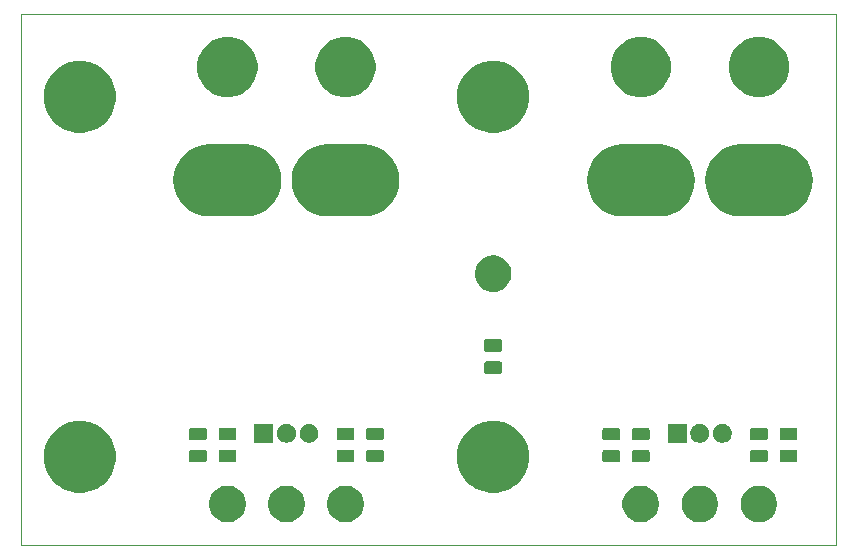
<source format=gbr>
G04 #@! TF.GenerationSoftware,KiCad,Pcbnew,(5.1.5)-3*
G04 #@! TF.CreationDate,2020-06-18T15:26:03+02:00*
G04 #@! TF.ProjectId,Amp_Hall_Effect_Sensor,416d705f-4861-46c6-9c5f-456666656374,Rev. 1*
G04 #@! TF.SameCoordinates,Original*
G04 #@! TF.FileFunction,Soldermask,Top*
G04 #@! TF.FilePolarity,Negative*
%FSLAX46Y46*%
G04 Gerber Fmt 4.6, Leading zero omitted, Abs format (unit mm)*
G04 Created by KiCad (PCBNEW (5.1.5)-3) date 2020-06-18 15:26:03*
%MOMM*%
%LPD*%
G04 APERTURE LIST*
%ADD10C,0.050000*%
%ADD11C,0.100000*%
G04 APERTURE END LIST*
D10*
X257000000Y-129500000D02*
X188000000Y-129500000D01*
X257000000Y-174500000D02*
X257000000Y-129500000D01*
X255500000Y-174500000D02*
X257000000Y-174500000D01*
X188000000Y-174500000D02*
X255500000Y-174500000D01*
X188000000Y-172000000D02*
X188000000Y-174500000D01*
X188000000Y-129500000D02*
X188000000Y-172000000D01*
D11*
G36*
X240802585Y-169478802D02*
G01*
X240952410Y-169508604D01*
X241234674Y-169625521D01*
X241488705Y-169795259D01*
X241704741Y-170011295D01*
X241874479Y-170265326D01*
X241991396Y-170547590D01*
X242051000Y-170847240D01*
X242051000Y-171152760D01*
X241991396Y-171452410D01*
X241874479Y-171734674D01*
X241704741Y-171988705D01*
X241488705Y-172204741D01*
X241234674Y-172374479D01*
X240952410Y-172491396D01*
X240802585Y-172521198D01*
X240652761Y-172551000D01*
X240347239Y-172551000D01*
X240197415Y-172521198D01*
X240047590Y-172491396D01*
X239765326Y-172374479D01*
X239511295Y-172204741D01*
X239295259Y-171988705D01*
X239125521Y-171734674D01*
X239008604Y-171452410D01*
X238949000Y-171152760D01*
X238949000Y-170847240D01*
X239008604Y-170547590D01*
X239125521Y-170265326D01*
X239295259Y-170011295D01*
X239511295Y-169795259D01*
X239765326Y-169625521D01*
X240047590Y-169508604D01*
X240197415Y-169478802D01*
X240347239Y-169449000D01*
X240652761Y-169449000D01*
X240802585Y-169478802D01*
G37*
G36*
X215802585Y-169478802D02*
G01*
X215952410Y-169508604D01*
X216234674Y-169625521D01*
X216488705Y-169795259D01*
X216704741Y-170011295D01*
X216874479Y-170265326D01*
X216991396Y-170547590D01*
X217051000Y-170847240D01*
X217051000Y-171152760D01*
X216991396Y-171452410D01*
X216874479Y-171734674D01*
X216704741Y-171988705D01*
X216488705Y-172204741D01*
X216234674Y-172374479D01*
X215952410Y-172491396D01*
X215802585Y-172521198D01*
X215652761Y-172551000D01*
X215347239Y-172551000D01*
X215197415Y-172521198D01*
X215047590Y-172491396D01*
X214765326Y-172374479D01*
X214511295Y-172204741D01*
X214295259Y-171988705D01*
X214125521Y-171734674D01*
X214008604Y-171452410D01*
X213949000Y-171152760D01*
X213949000Y-170847240D01*
X214008604Y-170547590D01*
X214125521Y-170265326D01*
X214295259Y-170011295D01*
X214511295Y-169795259D01*
X214765326Y-169625521D01*
X215047590Y-169508604D01*
X215197415Y-169478802D01*
X215347239Y-169449000D01*
X215652761Y-169449000D01*
X215802585Y-169478802D01*
G37*
G36*
X210802585Y-169478802D02*
G01*
X210952410Y-169508604D01*
X211234674Y-169625521D01*
X211488705Y-169795259D01*
X211704741Y-170011295D01*
X211874479Y-170265326D01*
X211991396Y-170547590D01*
X212051000Y-170847240D01*
X212051000Y-171152760D01*
X211991396Y-171452410D01*
X211874479Y-171734674D01*
X211704741Y-171988705D01*
X211488705Y-172204741D01*
X211234674Y-172374479D01*
X210952410Y-172491396D01*
X210802585Y-172521198D01*
X210652761Y-172551000D01*
X210347239Y-172551000D01*
X210197415Y-172521198D01*
X210047590Y-172491396D01*
X209765326Y-172374479D01*
X209511295Y-172204741D01*
X209295259Y-171988705D01*
X209125521Y-171734674D01*
X209008604Y-171452410D01*
X208949000Y-171152760D01*
X208949000Y-170847240D01*
X209008604Y-170547590D01*
X209125521Y-170265326D01*
X209295259Y-170011295D01*
X209511295Y-169795259D01*
X209765326Y-169625521D01*
X210047590Y-169508604D01*
X210197415Y-169478802D01*
X210347239Y-169449000D01*
X210652761Y-169449000D01*
X210802585Y-169478802D01*
G37*
G36*
X205802585Y-169478802D02*
G01*
X205952410Y-169508604D01*
X206234674Y-169625521D01*
X206488705Y-169795259D01*
X206704741Y-170011295D01*
X206874479Y-170265326D01*
X206991396Y-170547590D01*
X207051000Y-170847240D01*
X207051000Y-171152760D01*
X206991396Y-171452410D01*
X206874479Y-171734674D01*
X206704741Y-171988705D01*
X206488705Y-172204741D01*
X206234674Y-172374479D01*
X205952410Y-172491396D01*
X205802585Y-172521198D01*
X205652761Y-172551000D01*
X205347239Y-172551000D01*
X205197415Y-172521198D01*
X205047590Y-172491396D01*
X204765326Y-172374479D01*
X204511295Y-172204741D01*
X204295259Y-171988705D01*
X204125521Y-171734674D01*
X204008604Y-171452410D01*
X203949000Y-171152760D01*
X203949000Y-170847240D01*
X204008604Y-170547590D01*
X204125521Y-170265326D01*
X204295259Y-170011295D01*
X204511295Y-169795259D01*
X204765326Y-169625521D01*
X205047590Y-169508604D01*
X205197415Y-169478802D01*
X205347239Y-169449000D01*
X205652761Y-169449000D01*
X205802585Y-169478802D01*
G37*
G36*
X250802585Y-169478802D02*
G01*
X250952410Y-169508604D01*
X251234674Y-169625521D01*
X251488705Y-169795259D01*
X251704741Y-170011295D01*
X251874479Y-170265326D01*
X251991396Y-170547590D01*
X252051000Y-170847240D01*
X252051000Y-171152760D01*
X251991396Y-171452410D01*
X251874479Y-171734674D01*
X251704741Y-171988705D01*
X251488705Y-172204741D01*
X251234674Y-172374479D01*
X250952410Y-172491396D01*
X250802585Y-172521198D01*
X250652761Y-172551000D01*
X250347239Y-172551000D01*
X250197415Y-172521198D01*
X250047590Y-172491396D01*
X249765326Y-172374479D01*
X249511295Y-172204741D01*
X249295259Y-171988705D01*
X249125521Y-171734674D01*
X249008604Y-171452410D01*
X248949000Y-171152760D01*
X248949000Y-170847240D01*
X249008604Y-170547590D01*
X249125521Y-170265326D01*
X249295259Y-170011295D01*
X249511295Y-169795259D01*
X249765326Y-169625521D01*
X250047590Y-169508604D01*
X250197415Y-169478802D01*
X250347239Y-169449000D01*
X250652761Y-169449000D01*
X250802585Y-169478802D01*
G37*
G36*
X245802585Y-169478802D02*
G01*
X245952410Y-169508604D01*
X246234674Y-169625521D01*
X246488705Y-169795259D01*
X246704741Y-170011295D01*
X246874479Y-170265326D01*
X246991396Y-170547590D01*
X247051000Y-170847240D01*
X247051000Y-171152760D01*
X246991396Y-171452410D01*
X246874479Y-171734674D01*
X246704741Y-171988705D01*
X246488705Y-172204741D01*
X246234674Y-172374479D01*
X245952410Y-172491396D01*
X245802585Y-172521198D01*
X245652761Y-172551000D01*
X245347239Y-172551000D01*
X245197415Y-172521198D01*
X245047590Y-172491396D01*
X244765326Y-172374479D01*
X244511295Y-172204741D01*
X244295259Y-171988705D01*
X244125521Y-171734674D01*
X244008604Y-171452410D01*
X243949000Y-171152760D01*
X243949000Y-170847240D01*
X244008604Y-170547590D01*
X244125521Y-170265326D01*
X244295259Y-170011295D01*
X244511295Y-169795259D01*
X244765326Y-169625521D01*
X245047590Y-169508604D01*
X245197415Y-169478802D01*
X245347239Y-169449000D01*
X245652761Y-169449000D01*
X245802585Y-169478802D01*
G37*
G36*
X228889943Y-164066248D02*
G01*
X229445189Y-164296238D01*
X229445190Y-164296239D01*
X229944899Y-164630134D01*
X230369866Y-165055101D01*
X230385763Y-165078893D01*
X230703762Y-165554811D01*
X230933752Y-166110057D01*
X231051000Y-166699501D01*
X231051000Y-167300499D01*
X230933752Y-167889943D01*
X230703762Y-168445189D01*
X230703761Y-168445190D01*
X230369866Y-168944899D01*
X229944899Y-169369866D01*
X229737263Y-169508604D01*
X229445189Y-169703762D01*
X228889943Y-169933752D01*
X228300499Y-170051000D01*
X227699501Y-170051000D01*
X227110057Y-169933752D01*
X226554811Y-169703762D01*
X226262737Y-169508604D01*
X226055101Y-169369866D01*
X225630134Y-168944899D01*
X225296239Y-168445190D01*
X225296238Y-168445189D01*
X225066248Y-167889943D01*
X224949000Y-167300499D01*
X224949000Y-166699501D01*
X225066248Y-166110057D01*
X225296238Y-165554811D01*
X225614237Y-165078893D01*
X225630134Y-165055101D01*
X226055101Y-164630134D01*
X226554810Y-164296239D01*
X226554811Y-164296238D01*
X227110057Y-164066248D01*
X227699501Y-163949000D01*
X228300499Y-163949000D01*
X228889943Y-164066248D01*
G37*
G36*
X193889943Y-164066248D02*
G01*
X194445189Y-164296238D01*
X194445190Y-164296239D01*
X194944899Y-164630134D01*
X195369866Y-165055101D01*
X195385763Y-165078893D01*
X195703762Y-165554811D01*
X195933752Y-166110057D01*
X196051000Y-166699501D01*
X196051000Y-167300499D01*
X195933752Y-167889943D01*
X195703762Y-168445189D01*
X195703761Y-168445190D01*
X195369866Y-168944899D01*
X194944899Y-169369866D01*
X194737263Y-169508604D01*
X194445189Y-169703762D01*
X193889943Y-169933752D01*
X193300499Y-170051000D01*
X192699501Y-170051000D01*
X192110057Y-169933752D01*
X191554811Y-169703762D01*
X191262737Y-169508604D01*
X191055101Y-169369866D01*
X190630134Y-168944899D01*
X190296239Y-168445190D01*
X190296238Y-168445189D01*
X190066248Y-167889943D01*
X189949000Y-167300499D01*
X189949000Y-166699501D01*
X190066248Y-166110057D01*
X190296238Y-165554811D01*
X190614237Y-165078893D01*
X190630134Y-165055101D01*
X191055101Y-164630134D01*
X191554810Y-164296239D01*
X191554811Y-164296238D01*
X192110057Y-164066248D01*
X192699501Y-163949000D01*
X193300499Y-163949000D01*
X193889943Y-164066248D01*
G37*
G36*
X251084468Y-166403565D02*
G01*
X251123138Y-166415296D01*
X251158777Y-166434346D01*
X251190017Y-166459983D01*
X251215654Y-166491223D01*
X251234704Y-166526862D01*
X251246435Y-166565532D01*
X251251000Y-166611888D01*
X251251000Y-167263112D01*
X251246435Y-167309468D01*
X251234704Y-167348138D01*
X251215654Y-167383777D01*
X251190017Y-167415017D01*
X251158777Y-167440654D01*
X251123138Y-167459704D01*
X251084468Y-167471435D01*
X251038112Y-167476000D01*
X249961888Y-167476000D01*
X249915532Y-167471435D01*
X249876862Y-167459704D01*
X249841223Y-167440654D01*
X249809983Y-167415017D01*
X249784346Y-167383777D01*
X249765296Y-167348138D01*
X249753565Y-167309468D01*
X249749000Y-167263112D01*
X249749000Y-166611888D01*
X249753565Y-166565532D01*
X249765296Y-166526862D01*
X249784346Y-166491223D01*
X249809983Y-166459983D01*
X249841223Y-166434346D01*
X249876862Y-166415296D01*
X249915532Y-166403565D01*
X249961888Y-166399000D01*
X251038112Y-166399000D01*
X251084468Y-166403565D01*
G37*
G36*
X206084468Y-166403565D02*
G01*
X206123138Y-166415296D01*
X206158777Y-166434346D01*
X206190017Y-166459983D01*
X206215654Y-166491223D01*
X206234704Y-166526862D01*
X206246435Y-166565532D01*
X206251000Y-166611888D01*
X206251000Y-167263112D01*
X206246435Y-167309468D01*
X206234704Y-167348138D01*
X206215654Y-167383777D01*
X206190017Y-167415017D01*
X206158777Y-167440654D01*
X206123138Y-167459704D01*
X206084468Y-167471435D01*
X206038112Y-167476000D01*
X204961888Y-167476000D01*
X204915532Y-167471435D01*
X204876862Y-167459704D01*
X204841223Y-167440654D01*
X204809983Y-167415017D01*
X204784346Y-167383777D01*
X204765296Y-167348138D01*
X204753565Y-167309468D01*
X204749000Y-167263112D01*
X204749000Y-166611888D01*
X204753565Y-166565532D01*
X204765296Y-166526862D01*
X204784346Y-166491223D01*
X204809983Y-166459983D01*
X204841223Y-166434346D01*
X204876862Y-166415296D01*
X204915532Y-166403565D01*
X204961888Y-166399000D01*
X206038112Y-166399000D01*
X206084468Y-166403565D01*
G37*
G36*
X218584468Y-166403565D02*
G01*
X218623138Y-166415296D01*
X218658777Y-166434346D01*
X218690017Y-166459983D01*
X218715654Y-166491223D01*
X218734704Y-166526862D01*
X218746435Y-166565532D01*
X218751000Y-166611888D01*
X218751000Y-167263112D01*
X218746435Y-167309468D01*
X218734704Y-167348138D01*
X218715654Y-167383777D01*
X218690017Y-167415017D01*
X218658777Y-167440654D01*
X218623138Y-167459704D01*
X218584468Y-167471435D01*
X218538112Y-167476000D01*
X217461888Y-167476000D01*
X217415532Y-167471435D01*
X217376862Y-167459704D01*
X217341223Y-167440654D01*
X217309983Y-167415017D01*
X217284346Y-167383777D01*
X217265296Y-167348138D01*
X217253565Y-167309468D01*
X217249000Y-167263112D01*
X217249000Y-166611888D01*
X217253565Y-166565532D01*
X217265296Y-166526862D01*
X217284346Y-166491223D01*
X217309983Y-166459983D01*
X217341223Y-166434346D01*
X217376862Y-166415296D01*
X217415532Y-166403565D01*
X217461888Y-166399000D01*
X218538112Y-166399000D01*
X218584468Y-166403565D01*
G37*
G36*
X238584468Y-166403565D02*
G01*
X238623138Y-166415296D01*
X238658777Y-166434346D01*
X238690017Y-166459983D01*
X238715654Y-166491223D01*
X238734704Y-166526862D01*
X238746435Y-166565532D01*
X238751000Y-166611888D01*
X238751000Y-167263112D01*
X238746435Y-167309468D01*
X238734704Y-167348138D01*
X238715654Y-167383777D01*
X238690017Y-167415017D01*
X238658777Y-167440654D01*
X238623138Y-167459704D01*
X238584468Y-167471435D01*
X238538112Y-167476000D01*
X237461888Y-167476000D01*
X237415532Y-167471435D01*
X237376862Y-167459704D01*
X237341223Y-167440654D01*
X237309983Y-167415017D01*
X237284346Y-167383777D01*
X237265296Y-167348138D01*
X237253565Y-167309468D01*
X237249000Y-167263112D01*
X237249000Y-166611888D01*
X237253565Y-166565532D01*
X237265296Y-166526862D01*
X237284346Y-166491223D01*
X237309983Y-166459983D01*
X237341223Y-166434346D01*
X237376862Y-166415296D01*
X237415532Y-166403565D01*
X237461888Y-166399000D01*
X238538112Y-166399000D01*
X238584468Y-166403565D01*
G37*
G36*
X241084468Y-166403565D02*
G01*
X241123138Y-166415296D01*
X241158777Y-166434346D01*
X241190017Y-166459983D01*
X241215654Y-166491223D01*
X241234704Y-166526862D01*
X241246435Y-166565532D01*
X241251000Y-166611888D01*
X241251000Y-167263112D01*
X241246435Y-167309468D01*
X241234704Y-167348138D01*
X241215654Y-167383777D01*
X241190017Y-167415017D01*
X241158777Y-167440654D01*
X241123138Y-167459704D01*
X241084468Y-167471435D01*
X241038112Y-167476000D01*
X239961888Y-167476000D01*
X239915532Y-167471435D01*
X239876862Y-167459704D01*
X239841223Y-167440654D01*
X239809983Y-167415017D01*
X239784346Y-167383777D01*
X239765296Y-167348138D01*
X239753565Y-167309468D01*
X239749000Y-167263112D01*
X239749000Y-166611888D01*
X239753565Y-166565532D01*
X239765296Y-166526862D01*
X239784346Y-166491223D01*
X239809983Y-166459983D01*
X239841223Y-166434346D01*
X239876862Y-166415296D01*
X239915532Y-166403565D01*
X239961888Y-166399000D01*
X241038112Y-166399000D01*
X241084468Y-166403565D01*
G37*
G36*
X253584468Y-166403565D02*
G01*
X253623138Y-166415296D01*
X253658777Y-166434346D01*
X253690017Y-166459983D01*
X253715654Y-166491223D01*
X253734704Y-166526862D01*
X253746435Y-166565532D01*
X253751000Y-166611888D01*
X253751000Y-167263112D01*
X253746435Y-167309468D01*
X253734704Y-167348138D01*
X253715654Y-167383777D01*
X253690017Y-167415017D01*
X253658777Y-167440654D01*
X253623138Y-167459704D01*
X253584468Y-167471435D01*
X253538112Y-167476000D01*
X252461888Y-167476000D01*
X252415532Y-167471435D01*
X252376862Y-167459704D01*
X252341223Y-167440654D01*
X252309983Y-167415017D01*
X252284346Y-167383777D01*
X252265296Y-167348138D01*
X252253565Y-167309468D01*
X252249000Y-167263112D01*
X252249000Y-166611888D01*
X252253565Y-166565532D01*
X252265296Y-166526862D01*
X252284346Y-166491223D01*
X252309983Y-166459983D01*
X252341223Y-166434346D01*
X252376862Y-166415296D01*
X252415532Y-166403565D01*
X252461888Y-166399000D01*
X253538112Y-166399000D01*
X253584468Y-166403565D01*
G37*
G36*
X216084468Y-166403565D02*
G01*
X216123138Y-166415296D01*
X216158777Y-166434346D01*
X216190017Y-166459983D01*
X216215654Y-166491223D01*
X216234704Y-166526862D01*
X216246435Y-166565532D01*
X216251000Y-166611888D01*
X216251000Y-167263112D01*
X216246435Y-167309468D01*
X216234704Y-167348138D01*
X216215654Y-167383777D01*
X216190017Y-167415017D01*
X216158777Y-167440654D01*
X216123138Y-167459704D01*
X216084468Y-167471435D01*
X216038112Y-167476000D01*
X214961888Y-167476000D01*
X214915532Y-167471435D01*
X214876862Y-167459704D01*
X214841223Y-167440654D01*
X214809983Y-167415017D01*
X214784346Y-167383777D01*
X214765296Y-167348138D01*
X214753565Y-167309468D01*
X214749000Y-167263112D01*
X214749000Y-166611888D01*
X214753565Y-166565532D01*
X214765296Y-166526862D01*
X214784346Y-166491223D01*
X214809983Y-166459983D01*
X214841223Y-166434346D01*
X214876862Y-166415296D01*
X214915532Y-166403565D01*
X214961888Y-166399000D01*
X216038112Y-166399000D01*
X216084468Y-166403565D01*
G37*
G36*
X203584468Y-166403565D02*
G01*
X203623138Y-166415296D01*
X203658777Y-166434346D01*
X203690017Y-166459983D01*
X203715654Y-166491223D01*
X203734704Y-166526862D01*
X203746435Y-166565532D01*
X203751000Y-166611888D01*
X203751000Y-167263112D01*
X203746435Y-167309468D01*
X203734704Y-167348138D01*
X203715654Y-167383777D01*
X203690017Y-167415017D01*
X203658777Y-167440654D01*
X203623138Y-167459704D01*
X203584468Y-167471435D01*
X203538112Y-167476000D01*
X202461888Y-167476000D01*
X202415532Y-167471435D01*
X202376862Y-167459704D01*
X202341223Y-167440654D01*
X202309983Y-167415017D01*
X202284346Y-167383777D01*
X202265296Y-167348138D01*
X202253565Y-167309468D01*
X202249000Y-167263112D01*
X202249000Y-166611888D01*
X202253565Y-166565532D01*
X202265296Y-166526862D01*
X202284346Y-166491223D01*
X202309983Y-166459983D01*
X202341223Y-166434346D01*
X202376862Y-166415296D01*
X202415532Y-166403565D01*
X202461888Y-166399000D01*
X203538112Y-166399000D01*
X203584468Y-166403565D01*
G37*
G36*
X209391000Y-165801000D02*
G01*
X207789000Y-165801000D01*
X207789000Y-164199000D01*
X209391000Y-164199000D01*
X209391000Y-165801000D01*
G37*
G36*
X212643642Y-164229781D02*
G01*
X212789414Y-164290162D01*
X212789416Y-164290163D01*
X212920608Y-164377822D01*
X213032178Y-164489392D01*
X213096049Y-164584983D01*
X213119838Y-164620586D01*
X213180219Y-164766358D01*
X213211000Y-164921107D01*
X213211000Y-165078893D01*
X213180219Y-165233642D01*
X213139581Y-165331750D01*
X213119837Y-165379416D01*
X213032178Y-165510608D01*
X212920608Y-165622178D01*
X212789416Y-165709837D01*
X212789415Y-165709838D01*
X212789414Y-165709838D01*
X212643642Y-165770219D01*
X212488893Y-165801000D01*
X212331107Y-165801000D01*
X212176358Y-165770219D01*
X212030586Y-165709838D01*
X212030585Y-165709838D01*
X212030584Y-165709837D01*
X211899392Y-165622178D01*
X211787822Y-165510608D01*
X211700163Y-165379416D01*
X211680419Y-165331750D01*
X211639781Y-165233642D01*
X211609000Y-165078893D01*
X211609000Y-164921107D01*
X211639781Y-164766358D01*
X211700162Y-164620586D01*
X211723951Y-164584983D01*
X211787822Y-164489392D01*
X211899392Y-164377822D01*
X212030584Y-164290163D01*
X212030586Y-164290162D01*
X212176358Y-164229781D01*
X212331107Y-164199000D01*
X212488893Y-164199000D01*
X212643642Y-164229781D01*
G37*
G36*
X245733642Y-164229781D02*
G01*
X245879414Y-164290162D01*
X245879416Y-164290163D01*
X246010608Y-164377822D01*
X246122178Y-164489392D01*
X246186049Y-164584983D01*
X246209838Y-164620586D01*
X246270219Y-164766358D01*
X246301000Y-164921107D01*
X246301000Y-165078893D01*
X246270219Y-165233642D01*
X246229581Y-165331750D01*
X246209837Y-165379416D01*
X246122178Y-165510608D01*
X246010608Y-165622178D01*
X245879416Y-165709837D01*
X245879415Y-165709838D01*
X245879414Y-165709838D01*
X245733642Y-165770219D01*
X245578893Y-165801000D01*
X245421107Y-165801000D01*
X245266358Y-165770219D01*
X245120586Y-165709838D01*
X245120585Y-165709838D01*
X245120584Y-165709837D01*
X244989392Y-165622178D01*
X244877822Y-165510608D01*
X244790163Y-165379416D01*
X244770419Y-165331750D01*
X244729781Y-165233642D01*
X244699000Y-165078893D01*
X244699000Y-164921107D01*
X244729781Y-164766358D01*
X244790162Y-164620586D01*
X244813951Y-164584983D01*
X244877822Y-164489392D01*
X244989392Y-164377822D01*
X245120584Y-164290163D01*
X245120586Y-164290162D01*
X245266358Y-164229781D01*
X245421107Y-164199000D01*
X245578893Y-164199000D01*
X245733642Y-164229781D01*
G37*
G36*
X244391000Y-165801000D02*
G01*
X242789000Y-165801000D01*
X242789000Y-164199000D01*
X244391000Y-164199000D01*
X244391000Y-165801000D01*
G37*
G36*
X210733642Y-164229781D02*
G01*
X210879414Y-164290162D01*
X210879416Y-164290163D01*
X211010608Y-164377822D01*
X211122178Y-164489392D01*
X211186049Y-164584983D01*
X211209838Y-164620586D01*
X211270219Y-164766358D01*
X211301000Y-164921107D01*
X211301000Y-165078893D01*
X211270219Y-165233642D01*
X211229581Y-165331750D01*
X211209837Y-165379416D01*
X211122178Y-165510608D01*
X211010608Y-165622178D01*
X210879416Y-165709837D01*
X210879415Y-165709838D01*
X210879414Y-165709838D01*
X210733642Y-165770219D01*
X210578893Y-165801000D01*
X210421107Y-165801000D01*
X210266358Y-165770219D01*
X210120586Y-165709838D01*
X210120585Y-165709838D01*
X210120584Y-165709837D01*
X209989392Y-165622178D01*
X209877822Y-165510608D01*
X209790163Y-165379416D01*
X209770419Y-165331750D01*
X209729781Y-165233642D01*
X209699000Y-165078893D01*
X209699000Y-164921107D01*
X209729781Y-164766358D01*
X209790162Y-164620586D01*
X209813951Y-164584983D01*
X209877822Y-164489392D01*
X209989392Y-164377822D01*
X210120584Y-164290163D01*
X210120586Y-164290162D01*
X210266358Y-164229781D01*
X210421107Y-164199000D01*
X210578893Y-164199000D01*
X210733642Y-164229781D01*
G37*
G36*
X247643642Y-164229781D02*
G01*
X247789414Y-164290162D01*
X247789416Y-164290163D01*
X247920608Y-164377822D01*
X248032178Y-164489392D01*
X248096049Y-164584983D01*
X248119838Y-164620586D01*
X248180219Y-164766358D01*
X248211000Y-164921107D01*
X248211000Y-165078893D01*
X248180219Y-165233642D01*
X248139581Y-165331750D01*
X248119837Y-165379416D01*
X248032178Y-165510608D01*
X247920608Y-165622178D01*
X247789416Y-165709837D01*
X247789415Y-165709838D01*
X247789414Y-165709838D01*
X247643642Y-165770219D01*
X247488893Y-165801000D01*
X247331107Y-165801000D01*
X247176358Y-165770219D01*
X247030586Y-165709838D01*
X247030585Y-165709838D01*
X247030584Y-165709837D01*
X246899392Y-165622178D01*
X246787822Y-165510608D01*
X246700163Y-165379416D01*
X246680419Y-165331750D01*
X246639781Y-165233642D01*
X246609000Y-165078893D01*
X246609000Y-164921107D01*
X246639781Y-164766358D01*
X246700162Y-164620586D01*
X246723951Y-164584983D01*
X246787822Y-164489392D01*
X246899392Y-164377822D01*
X247030584Y-164290163D01*
X247030586Y-164290162D01*
X247176358Y-164229781D01*
X247331107Y-164199000D01*
X247488893Y-164199000D01*
X247643642Y-164229781D01*
G37*
G36*
X251084468Y-164528565D02*
G01*
X251123138Y-164540296D01*
X251158777Y-164559346D01*
X251190017Y-164584983D01*
X251215654Y-164616223D01*
X251234704Y-164651862D01*
X251246435Y-164690532D01*
X251251000Y-164736888D01*
X251251000Y-165388112D01*
X251246435Y-165434468D01*
X251234704Y-165473138D01*
X251215654Y-165508777D01*
X251190017Y-165540017D01*
X251158777Y-165565654D01*
X251123138Y-165584704D01*
X251084468Y-165596435D01*
X251038112Y-165601000D01*
X249961888Y-165601000D01*
X249915532Y-165596435D01*
X249876862Y-165584704D01*
X249841223Y-165565654D01*
X249809983Y-165540017D01*
X249784346Y-165508777D01*
X249765296Y-165473138D01*
X249753565Y-165434468D01*
X249749000Y-165388112D01*
X249749000Y-164736888D01*
X249753565Y-164690532D01*
X249765296Y-164651862D01*
X249784346Y-164616223D01*
X249809983Y-164584983D01*
X249841223Y-164559346D01*
X249876862Y-164540296D01*
X249915532Y-164528565D01*
X249961888Y-164524000D01*
X251038112Y-164524000D01*
X251084468Y-164528565D01*
G37*
G36*
X216084468Y-164528565D02*
G01*
X216123138Y-164540296D01*
X216158777Y-164559346D01*
X216190017Y-164584983D01*
X216215654Y-164616223D01*
X216234704Y-164651862D01*
X216246435Y-164690532D01*
X216251000Y-164736888D01*
X216251000Y-165388112D01*
X216246435Y-165434468D01*
X216234704Y-165473138D01*
X216215654Y-165508777D01*
X216190017Y-165540017D01*
X216158777Y-165565654D01*
X216123138Y-165584704D01*
X216084468Y-165596435D01*
X216038112Y-165601000D01*
X214961888Y-165601000D01*
X214915532Y-165596435D01*
X214876862Y-165584704D01*
X214841223Y-165565654D01*
X214809983Y-165540017D01*
X214784346Y-165508777D01*
X214765296Y-165473138D01*
X214753565Y-165434468D01*
X214749000Y-165388112D01*
X214749000Y-164736888D01*
X214753565Y-164690532D01*
X214765296Y-164651862D01*
X214784346Y-164616223D01*
X214809983Y-164584983D01*
X214841223Y-164559346D01*
X214876862Y-164540296D01*
X214915532Y-164528565D01*
X214961888Y-164524000D01*
X216038112Y-164524000D01*
X216084468Y-164528565D01*
G37*
G36*
X203584468Y-164528565D02*
G01*
X203623138Y-164540296D01*
X203658777Y-164559346D01*
X203690017Y-164584983D01*
X203715654Y-164616223D01*
X203734704Y-164651862D01*
X203746435Y-164690532D01*
X203751000Y-164736888D01*
X203751000Y-165388112D01*
X203746435Y-165434468D01*
X203734704Y-165473138D01*
X203715654Y-165508777D01*
X203690017Y-165540017D01*
X203658777Y-165565654D01*
X203623138Y-165584704D01*
X203584468Y-165596435D01*
X203538112Y-165601000D01*
X202461888Y-165601000D01*
X202415532Y-165596435D01*
X202376862Y-165584704D01*
X202341223Y-165565654D01*
X202309983Y-165540017D01*
X202284346Y-165508777D01*
X202265296Y-165473138D01*
X202253565Y-165434468D01*
X202249000Y-165388112D01*
X202249000Y-164736888D01*
X202253565Y-164690532D01*
X202265296Y-164651862D01*
X202284346Y-164616223D01*
X202309983Y-164584983D01*
X202341223Y-164559346D01*
X202376862Y-164540296D01*
X202415532Y-164528565D01*
X202461888Y-164524000D01*
X203538112Y-164524000D01*
X203584468Y-164528565D01*
G37*
G36*
X238584468Y-164528565D02*
G01*
X238623138Y-164540296D01*
X238658777Y-164559346D01*
X238690017Y-164584983D01*
X238715654Y-164616223D01*
X238734704Y-164651862D01*
X238746435Y-164690532D01*
X238751000Y-164736888D01*
X238751000Y-165388112D01*
X238746435Y-165434468D01*
X238734704Y-165473138D01*
X238715654Y-165508777D01*
X238690017Y-165540017D01*
X238658777Y-165565654D01*
X238623138Y-165584704D01*
X238584468Y-165596435D01*
X238538112Y-165601000D01*
X237461888Y-165601000D01*
X237415532Y-165596435D01*
X237376862Y-165584704D01*
X237341223Y-165565654D01*
X237309983Y-165540017D01*
X237284346Y-165508777D01*
X237265296Y-165473138D01*
X237253565Y-165434468D01*
X237249000Y-165388112D01*
X237249000Y-164736888D01*
X237253565Y-164690532D01*
X237265296Y-164651862D01*
X237284346Y-164616223D01*
X237309983Y-164584983D01*
X237341223Y-164559346D01*
X237376862Y-164540296D01*
X237415532Y-164528565D01*
X237461888Y-164524000D01*
X238538112Y-164524000D01*
X238584468Y-164528565D01*
G37*
G36*
X218584468Y-164528565D02*
G01*
X218623138Y-164540296D01*
X218658777Y-164559346D01*
X218690017Y-164584983D01*
X218715654Y-164616223D01*
X218734704Y-164651862D01*
X218746435Y-164690532D01*
X218751000Y-164736888D01*
X218751000Y-165388112D01*
X218746435Y-165434468D01*
X218734704Y-165473138D01*
X218715654Y-165508777D01*
X218690017Y-165540017D01*
X218658777Y-165565654D01*
X218623138Y-165584704D01*
X218584468Y-165596435D01*
X218538112Y-165601000D01*
X217461888Y-165601000D01*
X217415532Y-165596435D01*
X217376862Y-165584704D01*
X217341223Y-165565654D01*
X217309983Y-165540017D01*
X217284346Y-165508777D01*
X217265296Y-165473138D01*
X217253565Y-165434468D01*
X217249000Y-165388112D01*
X217249000Y-164736888D01*
X217253565Y-164690532D01*
X217265296Y-164651862D01*
X217284346Y-164616223D01*
X217309983Y-164584983D01*
X217341223Y-164559346D01*
X217376862Y-164540296D01*
X217415532Y-164528565D01*
X217461888Y-164524000D01*
X218538112Y-164524000D01*
X218584468Y-164528565D01*
G37*
G36*
X253584468Y-164528565D02*
G01*
X253623138Y-164540296D01*
X253658777Y-164559346D01*
X253690017Y-164584983D01*
X253715654Y-164616223D01*
X253734704Y-164651862D01*
X253746435Y-164690532D01*
X253751000Y-164736888D01*
X253751000Y-165388112D01*
X253746435Y-165434468D01*
X253734704Y-165473138D01*
X253715654Y-165508777D01*
X253690017Y-165540017D01*
X253658777Y-165565654D01*
X253623138Y-165584704D01*
X253584468Y-165596435D01*
X253538112Y-165601000D01*
X252461888Y-165601000D01*
X252415532Y-165596435D01*
X252376862Y-165584704D01*
X252341223Y-165565654D01*
X252309983Y-165540017D01*
X252284346Y-165508777D01*
X252265296Y-165473138D01*
X252253565Y-165434468D01*
X252249000Y-165388112D01*
X252249000Y-164736888D01*
X252253565Y-164690532D01*
X252265296Y-164651862D01*
X252284346Y-164616223D01*
X252309983Y-164584983D01*
X252341223Y-164559346D01*
X252376862Y-164540296D01*
X252415532Y-164528565D01*
X252461888Y-164524000D01*
X253538112Y-164524000D01*
X253584468Y-164528565D01*
G37*
G36*
X241084468Y-164528565D02*
G01*
X241123138Y-164540296D01*
X241158777Y-164559346D01*
X241190017Y-164584983D01*
X241215654Y-164616223D01*
X241234704Y-164651862D01*
X241246435Y-164690532D01*
X241251000Y-164736888D01*
X241251000Y-165388112D01*
X241246435Y-165434468D01*
X241234704Y-165473138D01*
X241215654Y-165508777D01*
X241190017Y-165540017D01*
X241158777Y-165565654D01*
X241123138Y-165584704D01*
X241084468Y-165596435D01*
X241038112Y-165601000D01*
X239961888Y-165601000D01*
X239915532Y-165596435D01*
X239876862Y-165584704D01*
X239841223Y-165565654D01*
X239809983Y-165540017D01*
X239784346Y-165508777D01*
X239765296Y-165473138D01*
X239753565Y-165434468D01*
X239749000Y-165388112D01*
X239749000Y-164736888D01*
X239753565Y-164690532D01*
X239765296Y-164651862D01*
X239784346Y-164616223D01*
X239809983Y-164584983D01*
X239841223Y-164559346D01*
X239876862Y-164540296D01*
X239915532Y-164528565D01*
X239961888Y-164524000D01*
X241038112Y-164524000D01*
X241084468Y-164528565D01*
G37*
G36*
X206084468Y-164528565D02*
G01*
X206123138Y-164540296D01*
X206158777Y-164559346D01*
X206190017Y-164584983D01*
X206215654Y-164616223D01*
X206234704Y-164651862D01*
X206246435Y-164690532D01*
X206251000Y-164736888D01*
X206251000Y-165388112D01*
X206246435Y-165434468D01*
X206234704Y-165473138D01*
X206215654Y-165508777D01*
X206190017Y-165540017D01*
X206158777Y-165565654D01*
X206123138Y-165584704D01*
X206084468Y-165596435D01*
X206038112Y-165601000D01*
X204961888Y-165601000D01*
X204915532Y-165596435D01*
X204876862Y-165584704D01*
X204841223Y-165565654D01*
X204809983Y-165540017D01*
X204784346Y-165508777D01*
X204765296Y-165473138D01*
X204753565Y-165434468D01*
X204749000Y-165388112D01*
X204749000Y-164736888D01*
X204753565Y-164690532D01*
X204765296Y-164651862D01*
X204784346Y-164616223D01*
X204809983Y-164584983D01*
X204841223Y-164559346D01*
X204876862Y-164540296D01*
X204915532Y-164528565D01*
X204961888Y-164524000D01*
X206038112Y-164524000D01*
X206084468Y-164528565D01*
G37*
G36*
X228584468Y-158903565D02*
G01*
X228623138Y-158915296D01*
X228658777Y-158934346D01*
X228690017Y-158959983D01*
X228715654Y-158991223D01*
X228734704Y-159026862D01*
X228746435Y-159065532D01*
X228751000Y-159111888D01*
X228751000Y-159763112D01*
X228746435Y-159809468D01*
X228734704Y-159848138D01*
X228715654Y-159883777D01*
X228690017Y-159915017D01*
X228658777Y-159940654D01*
X228623138Y-159959704D01*
X228584468Y-159971435D01*
X228538112Y-159976000D01*
X227461888Y-159976000D01*
X227415532Y-159971435D01*
X227376862Y-159959704D01*
X227341223Y-159940654D01*
X227309983Y-159915017D01*
X227284346Y-159883777D01*
X227265296Y-159848138D01*
X227253565Y-159809468D01*
X227249000Y-159763112D01*
X227249000Y-159111888D01*
X227253565Y-159065532D01*
X227265296Y-159026862D01*
X227284346Y-158991223D01*
X227309983Y-158959983D01*
X227341223Y-158934346D01*
X227376862Y-158915296D01*
X227415532Y-158903565D01*
X227461888Y-158899000D01*
X228538112Y-158899000D01*
X228584468Y-158903565D01*
G37*
G36*
X228584468Y-157028565D02*
G01*
X228623138Y-157040296D01*
X228658777Y-157059346D01*
X228690017Y-157084983D01*
X228715654Y-157116223D01*
X228734704Y-157151862D01*
X228746435Y-157190532D01*
X228751000Y-157236888D01*
X228751000Y-157888112D01*
X228746435Y-157934468D01*
X228734704Y-157973138D01*
X228715654Y-158008777D01*
X228690017Y-158040017D01*
X228658777Y-158065654D01*
X228623138Y-158084704D01*
X228584468Y-158096435D01*
X228538112Y-158101000D01*
X227461888Y-158101000D01*
X227415532Y-158096435D01*
X227376862Y-158084704D01*
X227341223Y-158065654D01*
X227309983Y-158040017D01*
X227284346Y-158008777D01*
X227265296Y-157973138D01*
X227253565Y-157934468D01*
X227249000Y-157888112D01*
X227249000Y-157236888D01*
X227253565Y-157190532D01*
X227265296Y-157151862D01*
X227284346Y-157116223D01*
X227309983Y-157084983D01*
X227341223Y-157059346D01*
X227376862Y-157040296D01*
X227415532Y-157028565D01*
X227461888Y-157024000D01*
X228538112Y-157024000D01*
X228584468Y-157028565D01*
G37*
G36*
X228302585Y-149978802D02*
G01*
X228452410Y-150008604D01*
X228734674Y-150125521D01*
X228988705Y-150295259D01*
X229204741Y-150511295D01*
X229374479Y-150765326D01*
X229491396Y-151047590D01*
X229551000Y-151347240D01*
X229551000Y-151652760D01*
X229491396Y-151952410D01*
X229374479Y-152234674D01*
X229204741Y-152488705D01*
X228988705Y-152704741D01*
X228734674Y-152874479D01*
X228452410Y-152991396D01*
X228302585Y-153021198D01*
X228152761Y-153051000D01*
X227847239Y-153051000D01*
X227697415Y-153021198D01*
X227547590Y-152991396D01*
X227265326Y-152874479D01*
X227011295Y-152704741D01*
X226795259Y-152488705D01*
X226625521Y-152234674D01*
X226508604Y-151952410D01*
X226449000Y-151652760D01*
X226449000Y-151347240D01*
X226508604Y-151047590D01*
X226625521Y-150765326D01*
X226795259Y-150511295D01*
X227011295Y-150295259D01*
X227265326Y-150125521D01*
X227547590Y-150008604D01*
X227697415Y-149978802D01*
X227847239Y-149949000D01*
X228152761Y-149949000D01*
X228302585Y-149978802D01*
G37*
G36*
X252598099Y-140593145D02*
G01*
X253173219Y-140767606D01*
X253703245Y-141050911D01*
X254167822Y-141432178D01*
X254549089Y-141896755D01*
X254832394Y-142426781D01*
X255006855Y-143001901D01*
X255065762Y-143600000D01*
X255006855Y-144198099D01*
X254832394Y-144773219D01*
X254549089Y-145303245D01*
X254167822Y-145767822D01*
X253703245Y-146149089D01*
X253173219Y-146432394D01*
X252598099Y-146606855D01*
X252149884Y-146651000D01*
X248850116Y-146651000D01*
X248401901Y-146606855D01*
X247826781Y-146432394D01*
X247296755Y-146149089D01*
X246832178Y-145767822D01*
X246450911Y-145303245D01*
X246167606Y-144773219D01*
X245993145Y-144198099D01*
X245934238Y-143600000D01*
X245993145Y-143001901D01*
X246167606Y-142426781D01*
X246450911Y-141896755D01*
X246832178Y-141432178D01*
X247296755Y-141050911D01*
X247826781Y-140767606D01*
X248401901Y-140593145D01*
X248850116Y-140549000D01*
X252149884Y-140549000D01*
X252598099Y-140593145D01*
G37*
G36*
X242598099Y-140593145D02*
G01*
X243173219Y-140767606D01*
X243703245Y-141050911D01*
X244167822Y-141432178D01*
X244549089Y-141896755D01*
X244832394Y-142426781D01*
X245006855Y-143001901D01*
X245065762Y-143600000D01*
X245006855Y-144198099D01*
X244832394Y-144773219D01*
X244549089Y-145303245D01*
X244167822Y-145767822D01*
X243703245Y-146149089D01*
X243173219Y-146432394D01*
X242598099Y-146606855D01*
X242149884Y-146651000D01*
X238850116Y-146651000D01*
X238401901Y-146606855D01*
X237826781Y-146432394D01*
X237296755Y-146149089D01*
X236832178Y-145767822D01*
X236450911Y-145303245D01*
X236167606Y-144773219D01*
X235993145Y-144198099D01*
X235934238Y-143600000D01*
X235993145Y-143001901D01*
X236167606Y-142426781D01*
X236450911Y-141896755D01*
X236832178Y-141432178D01*
X237296755Y-141050911D01*
X237826781Y-140767606D01*
X238401901Y-140593145D01*
X238850116Y-140549000D01*
X242149884Y-140549000D01*
X242598099Y-140593145D01*
G37*
G36*
X217598099Y-140593145D02*
G01*
X218173219Y-140767606D01*
X218703245Y-141050911D01*
X219167822Y-141432178D01*
X219549089Y-141896755D01*
X219832394Y-142426781D01*
X220006855Y-143001901D01*
X220065762Y-143600000D01*
X220006855Y-144198099D01*
X219832394Y-144773219D01*
X219549089Y-145303245D01*
X219167822Y-145767822D01*
X218703245Y-146149089D01*
X218173219Y-146432394D01*
X217598099Y-146606855D01*
X217149884Y-146651000D01*
X213850116Y-146651000D01*
X213401901Y-146606855D01*
X212826781Y-146432394D01*
X212296755Y-146149089D01*
X211832178Y-145767822D01*
X211450911Y-145303245D01*
X211167606Y-144773219D01*
X210993145Y-144198099D01*
X210934238Y-143600000D01*
X210993145Y-143001901D01*
X211167606Y-142426781D01*
X211450911Y-141896755D01*
X211832178Y-141432178D01*
X212296755Y-141050911D01*
X212826781Y-140767606D01*
X213401901Y-140593145D01*
X213850116Y-140549000D01*
X217149884Y-140549000D01*
X217598099Y-140593145D01*
G37*
G36*
X207598099Y-140593145D02*
G01*
X208173219Y-140767606D01*
X208703245Y-141050911D01*
X209167822Y-141432178D01*
X209549089Y-141896755D01*
X209832394Y-142426781D01*
X210006855Y-143001901D01*
X210065762Y-143600000D01*
X210006855Y-144198099D01*
X209832394Y-144773219D01*
X209549089Y-145303245D01*
X209167822Y-145767822D01*
X208703245Y-146149089D01*
X208173219Y-146432394D01*
X207598099Y-146606855D01*
X207149884Y-146651000D01*
X203850116Y-146651000D01*
X203401901Y-146606855D01*
X202826781Y-146432394D01*
X202296755Y-146149089D01*
X201832178Y-145767822D01*
X201450911Y-145303245D01*
X201167606Y-144773219D01*
X200993145Y-144198099D01*
X200934238Y-143600000D01*
X200993145Y-143001901D01*
X201167606Y-142426781D01*
X201450911Y-141896755D01*
X201832178Y-141432178D01*
X202296755Y-141050911D01*
X202826781Y-140767606D01*
X203401901Y-140593145D01*
X203850116Y-140549000D01*
X207149884Y-140549000D01*
X207598099Y-140593145D01*
G37*
G36*
X228889943Y-133566248D02*
G01*
X229445189Y-133796238D01*
X229445190Y-133796239D01*
X229944899Y-134130134D01*
X230369866Y-134555101D01*
X230369867Y-134555103D01*
X230703762Y-135054811D01*
X230933752Y-135610057D01*
X231051000Y-136199501D01*
X231051000Y-136800499D01*
X230933752Y-137389943D01*
X230703762Y-137945189D01*
X230703761Y-137945190D01*
X230369866Y-138444899D01*
X229944899Y-138869866D01*
X229693347Y-139037948D01*
X229445189Y-139203762D01*
X228889943Y-139433752D01*
X228300499Y-139551000D01*
X227699501Y-139551000D01*
X227110057Y-139433752D01*
X226554811Y-139203762D01*
X226306653Y-139037948D01*
X226055101Y-138869866D01*
X225630134Y-138444899D01*
X225296239Y-137945190D01*
X225296238Y-137945189D01*
X225066248Y-137389943D01*
X224949000Y-136800499D01*
X224949000Y-136199501D01*
X225066248Y-135610057D01*
X225296238Y-135054811D01*
X225630133Y-134555103D01*
X225630134Y-134555101D01*
X226055101Y-134130134D01*
X226554810Y-133796239D01*
X226554811Y-133796238D01*
X227110057Y-133566248D01*
X227699501Y-133449000D01*
X228300499Y-133449000D01*
X228889943Y-133566248D01*
G37*
G36*
X193889943Y-133566248D02*
G01*
X194445189Y-133796238D01*
X194445190Y-133796239D01*
X194944899Y-134130134D01*
X195369866Y-134555101D01*
X195369867Y-134555103D01*
X195703762Y-135054811D01*
X195933752Y-135610057D01*
X196051000Y-136199501D01*
X196051000Y-136800499D01*
X195933752Y-137389943D01*
X195703762Y-137945189D01*
X195703761Y-137945190D01*
X195369866Y-138444899D01*
X194944899Y-138869866D01*
X194693347Y-139037948D01*
X194445189Y-139203762D01*
X193889943Y-139433752D01*
X193300499Y-139551000D01*
X192699501Y-139551000D01*
X192110057Y-139433752D01*
X191554811Y-139203762D01*
X191306653Y-139037948D01*
X191055101Y-138869866D01*
X190630134Y-138444899D01*
X190296239Y-137945190D01*
X190296238Y-137945189D01*
X190066248Y-137389943D01*
X189949000Y-136800499D01*
X189949000Y-136199501D01*
X190066248Y-135610057D01*
X190296238Y-135054811D01*
X190630133Y-134555103D01*
X190630134Y-134555101D01*
X191055101Y-134130134D01*
X191554810Y-133796239D01*
X191554811Y-133796238D01*
X192110057Y-133566248D01*
X192699501Y-133449000D01*
X193300499Y-133449000D01*
X193889943Y-133566248D01*
G37*
G36*
X241244098Y-131547033D02*
G01*
X241708350Y-131739332D01*
X241708352Y-131739333D01*
X242126168Y-132018509D01*
X242481491Y-132373832D01*
X242760667Y-132791648D01*
X242760668Y-132791650D01*
X242952967Y-133255902D01*
X243051000Y-133748747D01*
X243051000Y-134251253D01*
X242952967Y-134744098D01*
X242760668Y-135208350D01*
X242760667Y-135208352D01*
X242481491Y-135626168D01*
X242126168Y-135981491D01*
X241708352Y-136260667D01*
X241708351Y-136260668D01*
X241708350Y-136260668D01*
X241244098Y-136452967D01*
X240751253Y-136551000D01*
X240248747Y-136551000D01*
X239755902Y-136452967D01*
X239291650Y-136260668D01*
X239291649Y-136260668D01*
X239291648Y-136260667D01*
X238873832Y-135981491D01*
X238518509Y-135626168D01*
X238239333Y-135208352D01*
X238239332Y-135208350D01*
X238047033Y-134744098D01*
X237949000Y-134251253D01*
X237949000Y-133748747D01*
X238047033Y-133255902D01*
X238239332Y-132791650D01*
X238239333Y-132791648D01*
X238518509Y-132373832D01*
X238873832Y-132018509D01*
X239291648Y-131739333D01*
X239291650Y-131739332D01*
X239755902Y-131547033D01*
X240248747Y-131449000D01*
X240751253Y-131449000D01*
X241244098Y-131547033D01*
G37*
G36*
X216244098Y-131547033D02*
G01*
X216708350Y-131739332D01*
X216708352Y-131739333D01*
X217126168Y-132018509D01*
X217481491Y-132373832D01*
X217760667Y-132791648D01*
X217760668Y-132791650D01*
X217952967Y-133255902D01*
X218051000Y-133748747D01*
X218051000Y-134251253D01*
X217952967Y-134744098D01*
X217760668Y-135208350D01*
X217760667Y-135208352D01*
X217481491Y-135626168D01*
X217126168Y-135981491D01*
X216708352Y-136260667D01*
X216708351Y-136260668D01*
X216708350Y-136260668D01*
X216244098Y-136452967D01*
X215751253Y-136551000D01*
X215248747Y-136551000D01*
X214755902Y-136452967D01*
X214291650Y-136260668D01*
X214291649Y-136260668D01*
X214291648Y-136260667D01*
X213873832Y-135981491D01*
X213518509Y-135626168D01*
X213239333Y-135208352D01*
X213239332Y-135208350D01*
X213047033Y-134744098D01*
X212949000Y-134251253D01*
X212949000Y-133748747D01*
X213047033Y-133255902D01*
X213239332Y-132791650D01*
X213239333Y-132791648D01*
X213518509Y-132373832D01*
X213873832Y-132018509D01*
X214291648Y-131739333D01*
X214291650Y-131739332D01*
X214755902Y-131547033D01*
X215248747Y-131449000D01*
X215751253Y-131449000D01*
X216244098Y-131547033D01*
G37*
G36*
X206244098Y-131547033D02*
G01*
X206708350Y-131739332D01*
X206708352Y-131739333D01*
X207126168Y-132018509D01*
X207481491Y-132373832D01*
X207760667Y-132791648D01*
X207760668Y-132791650D01*
X207952967Y-133255902D01*
X208051000Y-133748747D01*
X208051000Y-134251253D01*
X207952967Y-134744098D01*
X207760668Y-135208350D01*
X207760667Y-135208352D01*
X207481491Y-135626168D01*
X207126168Y-135981491D01*
X206708352Y-136260667D01*
X206708351Y-136260668D01*
X206708350Y-136260668D01*
X206244098Y-136452967D01*
X205751253Y-136551000D01*
X205248747Y-136551000D01*
X204755902Y-136452967D01*
X204291650Y-136260668D01*
X204291649Y-136260668D01*
X204291648Y-136260667D01*
X203873832Y-135981491D01*
X203518509Y-135626168D01*
X203239333Y-135208352D01*
X203239332Y-135208350D01*
X203047033Y-134744098D01*
X202949000Y-134251253D01*
X202949000Y-133748747D01*
X203047033Y-133255902D01*
X203239332Y-132791650D01*
X203239333Y-132791648D01*
X203518509Y-132373832D01*
X203873832Y-132018509D01*
X204291648Y-131739333D01*
X204291650Y-131739332D01*
X204755902Y-131547033D01*
X205248747Y-131449000D01*
X205751253Y-131449000D01*
X206244098Y-131547033D01*
G37*
G36*
X251244098Y-131547033D02*
G01*
X251708350Y-131739332D01*
X251708352Y-131739333D01*
X252126168Y-132018509D01*
X252481491Y-132373832D01*
X252760667Y-132791648D01*
X252760668Y-132791650D01*
X252952967Y-133255902D01*
X253051000Y-133748747D01*
X253051000Y-134251253D01*
X252952967Y-134744098D01*
X252760668Y-135208350D01*
X252760667Y-135208352D01*
X252481491Y-135626168D01*
X252126168Y-135981491D01*
X251708352Y-136260667D01*
X251708351Y-136260668D01*
X251708350Y-136260668D01*
X251244098Y-136452967D01*
X250751253Y-136551000D01*
X250248747Y-136551000D01*
X249755902Y-136452967D01*
X249291650Y-136260668D01*
X249291649Y-136260668D01*
X249291648Y-136260667D01*
X248873832Y-135981491D01*
X248518509Y-135626168D01*
X248239333Y-135208352D01*
X248239332Y-135208350D01*
X248047033Y-134744098D01*
X247949000Y-134251253D01*
X247949000Y-133748747D01*
X248047033Y-133255902D01*
X248239332Y-132791650D01*
X248239333Y-132791648D01*
X248518509Y-132373832D01*
X248873832Y-132018509D01*
X249291648Y-131739333D01*
X249291650Y-131739332D01*
X249755902Y-131547033D01*
X250248747Y-131449000D01*
X250751253Y-131449000D01*
X251244098Y-131547033D01*
G37*
M02*

</source>
